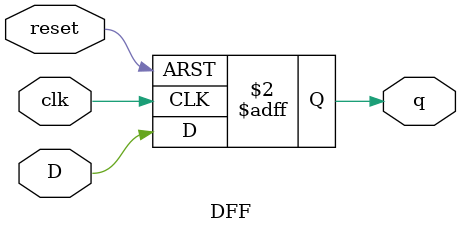
<source format=v>
`timescale 1ns / 1ps
module JOHNSON_COUNTER(
    input CLK,
    input RESET,
    output [3:0] Q
    );
    wire w1;
    assign w1=(~Q[0]);
    DFF D1 (.q(Q[3]), .D(w1), .clk(CLK), .reset(RESET));
    DFF D2 (.q(Q[2]), .D(Q[3]), .clk(CLK), .reset(RESET));
    DFF D3 (.q(Q[1]), .D(Q[2]), .clk(CLK), .reset(RESET));
    DFF D4 (.q(Q[0]), .D(Q[1]), .clk(CLK), .reset(RESET));
endmodule

module DFF(
    input clk,
    input reset,
    input D,
    output reg q
    );
    always @ (posedge clk or posedge reset)
    begin
    if(reset)
    q<=1'b0;
    else
    q<=D;
    end
endmodule
</source>
